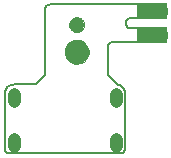
<source format=gbs>
G75*
G70*
%OFA0B0*%
%FSLAX24Y24*%
%IPPOS*%
%LPD*%
%AMOC8*
5,1,8,0,0,1.08239X$1,22.5*
%
%ADD10C,0.0050*%
%ADD11C,0.0000*%
%ADD12C,0.0800*%
%ADD13C,0.0500*%
%ADD14C,0.0004*%
%ADD15C,0.0433*%
%ADD16R,0.1000X0.0520*%
D10*
X007438Y001887D02*
X007438Y003737D01*
X007440Y003771D01*
X007446Y003804D01*
X007455Y003836D01*
X007468Y003867D01*
X007484Y003897D01*
X007503Y003924D01*
X007526Y003949D01*
X007551Y003972D01*
X007578Y003991D01*
X007608Y004007D01*
X007639Y004020D01*
X007671Y004029D01*
X007704Y004035D01*
X007738Y004037D01*
X008481Y004037D01*
X008781Y004337D01*
X008781Y006554D01*
X008783Y006577D01*
X008788Y006600D01*
X008797Y006622D01*
X008810Y006642D01*
X008825Y006660D01*
X008843Y006675D01*
X008863Y006688D01*
X008885Y006697D01*
X008908Y006702D01*
X008931Y006704D01*
X012681Y006704D01*
X012704Y006702D01*
X012727Y006697D01*
X012749Y006688D01*
X012769Y006675D01*
X012787Y006660D01*
X012802Y006642D01*
X012815Y006622D01*
X012824Y006600D01*
X012829Y006577D01*
X012831Y006554D01*
X012831Y006404D01*
X012829Y006381D01*
X012824Y006358D01*
X012815Y006336D01*
X012802Y006316D01*
X012787Y006298D01*
X012769Y006283D01*
X012749Y006270D01*
X012727Y006261D01*
X012704Y006256D01*
X012681Y006254D01*
X011631Y006254D01*
X011608Y006252D01*
X011585Y006247D01*
X011563Y006238D01*
X011543Y006225D01*
X011525Y006210D01*
X011510Y006192D01*
X011497Y006172D01*
X011488Y006150D01*
X011483Y006127D01*
X011481Y006104D01*
X011481Y006054D01*
X011483Y006031D01*
X011488Y006008D01*
X011497Y005986D01*
X011510Y005966D01*
X011525Y005948D01*
X011543Y005933D01*
X011563Y005920D01*
X011585Y005911D01*
X011608Y005906D01*
X011631Y005904D01*
X012681Y005904D01*
X012704Y005902D01*
X012727Y005897D01*
X012749Y005888D01*
X012769Y005875D01*
X012787Y005860D01*
X012802Y005842D01*
X012815Y005822D01*
X012824Y005800D01*
X012829Y005777D01*
X012831Y005754D01*
X012831Y005604D01*
X012829Y005581D01*
X012824Y005558D01*
X012815Y005536D01*
X012802Y005516D01*
X012787Y005498D01*
X012769Y005483D01*
X012749Y005470D01*
X012727Y005461D01*
X012704Y005456D01*
X012681Y005454D01*
X011031Y005454D01*
X011008Y005452D01*
X010985Y005447D01*
X010963Y005438D01*
X010943Y005425D01*
X010925Y005410D01*
X010910Y005392D01*
X010897Y005372D01*
X010888Y005350D01*
X010883Y005327D01*
X010881Y005304D01*
X010881Y004337D01*
X011181Y004037D01*
X011182Y004037D02*
X011213Y004033D01*
X011243Y004025D01*
X011272Y004014D01*
X011300Y004000D01*
X011326Y003983D01*
X011351Y003963D01*
X011372Y003940D01*
X011391Y003915D01*
X011407Y003888D01*
X011420Y003860D01*
X011430Y003830D01*
X011436Y003800D01*
X011439Y003768D01*
X011438Y003737D01*
X011438Y001887D01*
X011436Y001864D01*
X011431Y001841D01*
X011422Y001819D01*
X011409Y001799D01*
X011394Y001781D01*
X011376Y001766D01*
X011356Y001753D01*
X011334Y001744D01*
X011311Y001739D01*
X011288Y001737D01*
X007588Y001737D01*
X007565Y001739D01*
X007542Y001744D01*
X007520Y001753D01*
X007500Y001766D01*
X007482Y001781D01*
X007467Y001799D01*
X007454Y001819D01*
X007445Y001841D01*
X007440Y001864D01*
X007438Y001887D01*
D11*
X009431Y005127D02*
X009433Y005167D01*
X009439Y005206D01*
X009449Y005245D01*
X009462Y005282D01*
X009480Y005318D01*
X009501Y005352D01*
X009525Y005384D01*
X009552Y005413D01*
X009582Y005440D01*
X009614Y005463D01*
X009649Y005483D01*
X009685Y005499D01*
X009723Y005512D01*
X009762Y005521D01*
X009801Y005526D01*
X009841Y005527D01*
X009881Y005524D01*
X009920Y005517D01*
X009958Y005506D01*
X009996Y005492D01*
X010031Y005473D01*
X010064Y005452D01*
X010096Y005427D01*
X010124Y005399D01*
X010150Y005369D01*
X010172Y005336D01*
X010191Y005301D01*
X010207Y005264D01*
X010219Y005226D01*
X010227Y005187D01*
X010231Y005147D01*
X010231Y005107D01*
X010227Y005067D01*
X010219Y005028D01*
X010207Y004990D01*
X010191Y004953D01*
X010172Y004918D01*
X010150Y004885D01*
X010124Y004855D01*
X010096Y004827D01*
X010064Y004802D01*
X010031Y004781D01*
X009996Y004762D01*
X009958Y004748D01*
X009920Y004737D01*
X009881Y004730D01*
X009841Y004727D01*
X009801Y004728D01*
X009762Y004733D01*
X009723Y004742D01*
X009685Y004755D01*
X009649Y004771D01*
X009614Y004791D01*
X009582Y004814D01*
X009552Y004841D01*
X009525Y004870D01*
X009501Y004902D01*
X009480Y004936D01*
X009462Y004972D01*
X009449Y005009D01*
X009439Y005048D01*
X009433Y005087D01*
X009431Y005127D01*
X009581Y006031D02*
X009583Y006062D01*
X009589Y006093D01*
X009599Y006123D01*
X009612Y006151D01*
X009629Y006178D01*
X009649Y006202D01*
X009672Y006224D01*
X009697Y006242D01*
X009725Y006257D01*
X009754Y006269D01*
X009784Y006277D01*
X009815Y006281D01*
X009847Y006281D01*
X009878Y006277D01*
X009908Y006269D01*
X009937Y006257D01*
X009965Y006242D01*
X009990Y006224D01*
X010013Y006202D01*
X010033Y006178D01*
X010050Y006151D01*
X010063Y006123D01*
X010073Y006093D01*
X010079Y006062D01*
X010081Y006031D01*
X010079Y006000D01*
X010073Y005969D01*
X010063Y005939D01*
X010050Y005911D01*
X010033Y005884D01*
X010013Y005860D01*
X009990Y005838D01*
X009965Y005820D01*
X009937Y005805D01*
X009908Y005793D01*
X009878Y005785D01*
X009847Y005781D01*
X009815Y005781D01*
X009784Y005785D01*
X009754Y005793D01*
X009725Y005805D01*
X009697Y005820D01*
X009672Y005838D01*
X009649Y005860D01*
X009629Y005884D01*
X009612Y005911D01*
X009599Y005939D01*
X009589Y005969D01*
X009583Y006000D01*
X009581Y006031D01*
D12*
X009831Y005127D03*
D13*
X009831Y006031D03*
D14*
X011030Y003733D02*
X011030Y003489D01*
X011031Y003489D02*
X011033Y003469D01*
X011038Y003450D01*
X011047Y003432D01*
X011059Y003416D01*
X011074Y003403D01*
X011091Y003392D01*
X011109Y003385D01*
X011129Y003381D01*
X011149Y003381D01*
X011169Y003385D01*
X011187Y003392D01*
X011204Y003403D01*
X011219Y003416D01*
X011231Y003432D01*
X011240Y003450D01*
X011245Y003469D01*
X011247Y003489D01*
X011247Y003733D01*
X011245Y003753D01*
X011240Y003772D01*
X011231Y003790D01*
X011219Y003806D01*
X011204Y003819D01*
X011187Y003830D01*
X011169Y003837D01*
X011149Y003841D01*
X011129Y003841D01*
X011109Y003837D01*
X011091Y003830D01*
X011074Y003819D01*
X011059Y003806D01*
X011047Y003790D01*
X011038Y003772D01*
X011033Y003753D01*
X011031Y003733D01*
X011030Y002237D02*
X011030Y001993D01*
X011031Y001993D02*
X011033Y001973D01*
X011038Y001954D01*
X011047Y001936D01*
X011059Y001920D01*
X011074Y001907D01*
X011091Y001896D01*
X011109Y001889D01*
X011129Y001885D01*
X011149Y001885D01*
X011169Y001889D01*
X011187Y001896D01*
X011204Y001907D01*
X011219Y001920D01*
X011231Y001936D01*
X011240Y001954D01*
X011245Y001973D01*
X011247Y001993D01*
X011247Y002237D01*
X011245Y002257D01*
X011240Y002276D01*
X011231Y002294D01*
X011219Y002310D01*
X011204Y002323D01*
X011187Y002334D01*
X011169Y002341D01*
X011149Y002345D01*
X011129Y002345D01*
X011109Y002341D01*
X011091Y002334D01*
X011074Y002323D01*
X011059Y002310D01*
X011047Y002294D01*
X011038Y002276D01*
X011033Y002257D01*
X011031Y002237D01*
X007845Y002237D02*
X007845Y001993D01*
X007843Y001973D01*
X007838Y001954D01*
X007829Y001936D01*
X007817Y001920D01*
X007802Y001907D01*
X007785Y001896D01*
X007767Y001889D01*
X007747Y001885D01*
X007727Y001885D01*
X007707Y001889D01*
X007689Y001896D01*
X007672Y001907D01*
X007657Y001920D01*
X007645Y001936D01*
X007636Y001954D01*
X007631Y001973D01*
X007629Y001993D01*
X007629Y002237D01*
X007631Y002257D01*
X007636Y002276D01*
X007645Y002294D01*
X007657Y002310D01*
X007672Y002323D01*
X007689Y002334D01*
X007707Y002341D01*
X007727Y002345D01*
X007747Y002345D01*
X007767Y002341D01*
X007785Y002334D01*
X007802Y002323D01*
X007817Y002310D01*
X007829Y002294D01*
X007838Y002276D01*
X007843Y002257D01*
X007845Y002237D01*
X007845Y003489D02*
X007845Y003733D01*
X007843Y003753D01*
X007838Y003772D01*
X007829Y003790D01*
X007817Y003806D01*
X007802Y003819D01*
X007785Y003830D01*
X007767Y003837D01*
X007747Y003841D01*
X007727Y003841D01*
X007707Y003837D01*
X007689Y003830D01*
X007672Y003819D01*
X007657Y003806D01*
X007645Y003790D01*
X007636Y003772D01*
X007631Y003753D01*
X007629Y003733D01*
X007629Y003489D01*
X007631Y003469D01*
X007636Y003450D01*
X007645Y003432D01*
X007657Y003416D01*
X007672Y003403D01*
X007689Y003392D01*
X007707Y003385D01*
X007727Y003381D01*
X007747Y003381D01*
X007767Y003385D01*
X007785Y003392D01*
X007802Y003403D01*
X007817Y003416D01*
X007829Y003432D01*
X007838Y003450D01*
X007843Y003469D01*
X007845Y003489D01*
D15*
X007737Y003491D02*
X007737Y003491D01*
X007737Y003727D01*
X007737Y003727D01*
X007737Y003491D01*
X007737Y001995D02*
X007737Y001995D01*
X007737Y002231D01*
X007737Y002231D01*
X007737Y001995D01*
X011139Y001995D02*
X011139Y001995D01*
X011139Y002231D01*
X011139Y002231D01*
X011139Y001995D01*
X011139Y003491D02*
X011139Y003491D01*
X011139Y003727D01*
X011139Y003727D01*
X011139Y003491D01*
D16*
X012331Y005679D03*
X012331Y006479D03*
M02*

</source>
